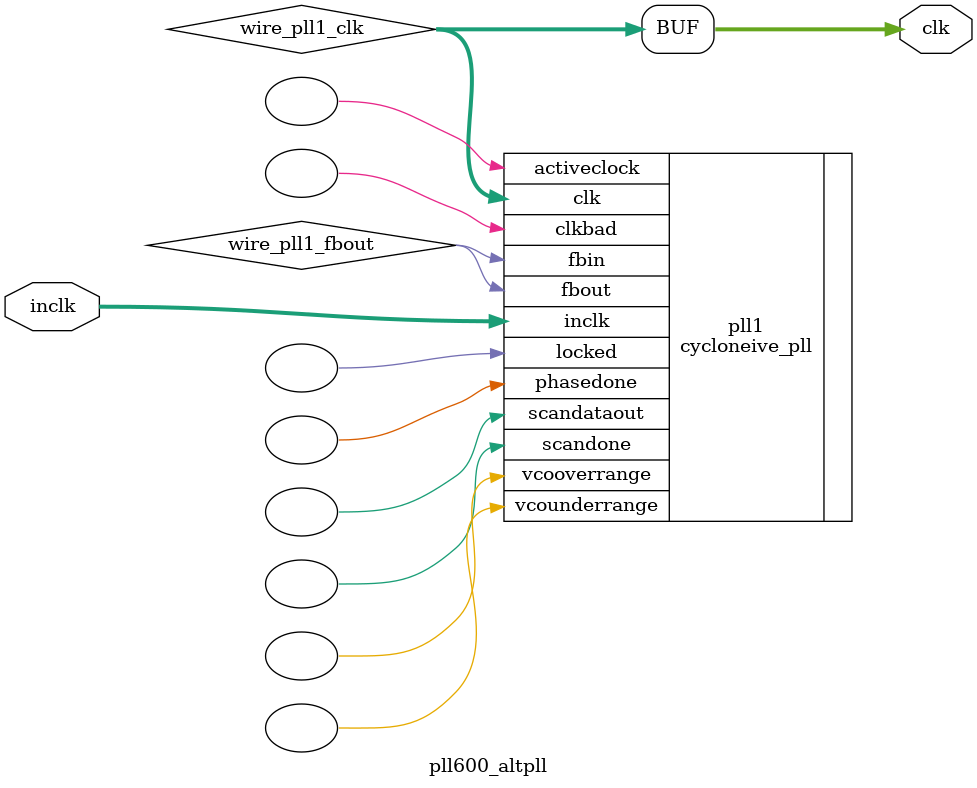
<source format=v>






//synthesis_resources = cycloneive_pll 1 
//synopsys translate_off
`timescale 1 ps / 1 ps
//synopsys translate_on
module  pll600_altpll
	( 
	clk,
	inclk) /* synthesis synthesis_clearbox=1 */;
	output   [4:0]  clk;
	input   [1:0]  inclk;
`ifndef ALTERA_RESERVED_QIS
// synopsys translate_off
`endif
	tri0   [1:0]  inclk;
`ifndef ALTERA_RESERVED_QIS
// synopsys translate_on
`endif

	wire  [4:0]   wire_pll1_clk;
	wire  wire_pll1_fbout;

	cycloneive_pll   pll1
	( 
	.activeclock(),
	.clk(wire_pll1_clk),
	.clkbad(),
	.fbin(wire_pll1_fbout),
	.fbout(wire_pll1_fbout),
	.inclk(inclk),
	.locked(),
	.phasedone(),
	.scandataout(),
	.scandone(),
	.vcooverrange(),
	.vcounderrange()
	`ifndef FORMAL_VERIFICATION
	// synopsys translate_off
	`endif
	,
	.areset(1'b0),
	.clkswitch(1'b0),
	.configupdate(1'b0),
	.pfdena(1'b1),
	.phasecounterselect({3{1'b0}}),
	.phasestep(1'b0),
	.phaseupdown(1'b0),
	.scanclk(1'b0),
	.scanclkena(1'b1),
	.scandata(1'b0)
	`ifndef FORMAL_VERIFICATION
	// synopsys translate_on
	`endif
	);
	defparam
		pll1.bandwidth_type = "auto",
		pll1.clk0_divide_by = 1,
		pll1.clk0_duty_cycle = 50,
		pll1.clk0_multiply_by = 12,
		pll1.clk0_phase_shift = "0",
		pll1.compensate_clock = "clk0",
		pll1.inclk0_input_frequency = 20000,
		pll1.operation_mode = "normal",
		pll1.pll_type = "auto",
		pll1.lpm_type = "cycloneive_pll";
	assign
		clk = {wire_pll1_clk[4:0]};
endmodule //pll600_altpll
//VALID FILE

</source>
